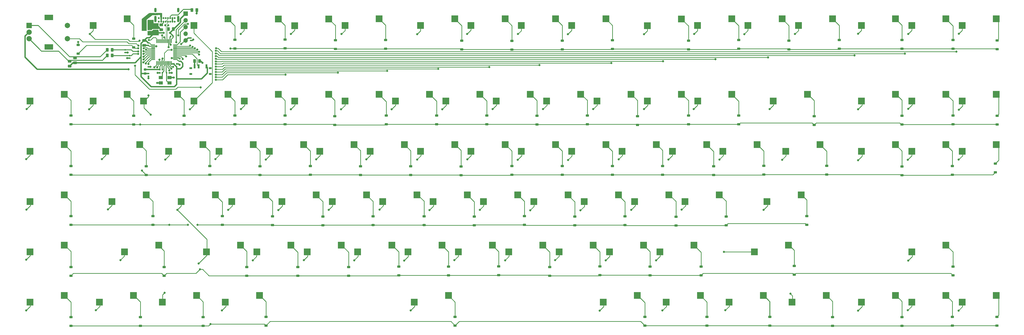
<source format=gbl>
G04 #@! TF.GenerationSoftware,KiCad,Pcbnew,7.0.2*
G04 #@! TF.CreationDate,2023-06-28T22:35:23-06:00*
G04 #@! TF.ProjectId,TKL_Keyboard,544b4c5f-4b65-4796-926f-6172642e6b69,rev?*
G04 #@! TF.SameCoordinates,Original*
G04 #@! TF.FileFunction,Copper,L2,Bot*
G04 #@! TF.FilePolarity,Positive*
%FSLAX46Y46*%
G04 Gerber Fmt 4.6, Leading zero omitted, Abs format (unit mm)*
G04 Created by KiCad (PCBNEW 7.0.2) date 2023-06-28 22:35:23*
%MOMM*%
%LPD*%
G01*
G04 APERTURE LIST*
G04 Aperture macros list*
%AMRoundRect*
0 Rectangle with rounded corners*
0 $1 Rounding radius*
0 $2 $3 $4 $5 $6 $7 $8 $9 X,Y pos of 4 corners*
0 Add a 4 corners polygon primitive as box body*
4,1,4,$2,$3,$4,$5,$6,$7,$8,$9,$2,$3,0*
0 Add four circle primitives for the rounded corners*
1,1,$1+$1,$2,$3*
1,1,$1+$1,$4,$5*
1,1,$1+$1,$6,$7*
1,1,$1+$1,$8,$9*
0 Add four rect primitives between the rounded corners*
20,1,$1+$1,$2,$3,$4,$5,0*
20,1,$1+$1,$4,$5,$6,$7,0*
20,1,$1+$1,$6,$7,$8,$9,0*
20,1,$1+$1,$8,$9,$2,$3,0*%
G04 Aperture macros list end*
G04 #@! TA.AperFunction,SMDPad,CuDef*
%ADD10R,2.550000X2.500000*%
G04 #@! TD*
G04 #@! TA.AperFunction,ComponentPad*
%ADD11R,1.700000X1.700000*%
G04 #@! TD*
G04 #@! TA.AperFunction,ComponentPad*
%ADD12O,1.700000X1.700000*%
G04 #@! TD*
G04 #@! TA.AperFunction,ComponentPad*
%ADD13R,2.000000X2.000000*%
G04 #@! TD*
G04 #@! TA.AperFunction,ComponentPad*
%ADD14C,2.000000*%
G04 #@! TD*
G04 #@! TA.AperFunction,ComponentPad*
%ADD15R,3.200000X2.000000*%
G04 #@! TD*
G04 #@! TA.AperFunction,SMDPad,CuDef*
%ADD16RoundRect,0.140000X0.170000X-0.140000X0.170000X0.140000X-0.170000X0.140000X-0.170000X-0.140000X0*%
G04 #@! TD*
G04 #@! TA.AperFunction,SMDPad,CuDef*
%ADD17RoundRect,0.225000X0.375000X-0.225000X0.375000X0.225000X-0.375000X0.225000X-0.375000X-0.225000X0*%
G04 #@! TD*
G04 #@! TA.AperFunction,ComponentPad*
%ADD18C,0.700000*%
G04 #@! TD*
G04 #@! TA.AperFunction,ComponentPad*
%ADD19O,0.900000X1.700000*%
G04 #@! TD*
G04 #@! TA.AperFunction,ComponentPad*
%ADD20O,0.900000X2.400000*%
G04 #@! TD*
G04 #@! TA.AperFunction,SMDPad,CuDef*
%ADD21RoundRect,0.250000X0.262500X0.450000X-0.262500X0.450000X-0.262500X-0.450000X0.262500X-0.450000X0*%
G04 #@! TD*
G04 #@! TA.AperFunction,SMDPad,CuDef*
%ADD22RoundRect,0.140000X-0.170000X0.140000X-0.170000X-0.140000X0.170000X-0.140000X0.170000X0.140000X0*%
G04 #@! TD*
G04 #@! TA.AperFunction,SMDPad,CuDef*
%ADD23RoundRect,0.250000X-0.450000X0.262500X-0.450000X-0.262500X0.450000X-0.262500X0.450000X0.262500X0*%
G04 #@! TD*
G04 #@! TA.AperFunction,SMDPad,CuDef*
%ADD24RoundRect,0.150000X0.512500X0.150000X-0.512500X0.150000X-0.512500X-0.150000X0.512500X-0.150000X0*%
G04 #@! TD*
G04 #@! TA.AperFunction,SMDPad,CuDef*
%ADD25RoundRect,0.218750X0.256250X-0.218750X0.256250X0.218750X-0.256250X0.218750X-0.256250X-0.218750X0*%
G04 #@! TD*
G04 #@! TA.AperFunction,SMDPad,CuDef*
%ADD26R,1.600000X1.300000*%
G04 #@! TD*
G04 #@! TA.AperFunction,SMDPad,CuDef*
%ADD27RoundRect,0.250000X0.475000X-0.250000X0.475000X0.250000X-0.475000X0.250000X-0.475000X-0.250000X0*%
G04 #@! TD*
G04 #@! TA.AperFunction,SMDPad,CuDef*
%ADD28RoundRect,0.250000X-0.262500X-0.450000X0.262500X-0.450000X0.262500X0.450000X-0.262500X0.450000X0*%
G04 #@! TD*
G04 #@! TA.AperFunction,SMDPad,CuDef*
%ADD29RoundRect,0.250000X-0.475000X0.250000X-0.475000X-0.250000X0.475000X-0.250000X0.475000X0.250000X0*%
G04 #@! TD*
G04 #@! TA.AperFunction,SMDPad,CuDef*
%ADD30RoundRect,0.140000X-0.140000X-0.170000X0.140000X-0.170000X0.140000X0.170000X-0.140000X0.170000X0*%
G04 #@! TD*
G04 #@! TA.AperFunction,SMDPad,CuDef*
%ADD31RoundRect,0.140000X0.140000X0.170000X-0.140000X0.170000X-0.140000X-0.170000X0.140000X-0.170000X0*%
G04 #@! TD*
G04 #@! TA.AperFunction,SMDPad,CuDef*
%ADD32R,1.000000X0.800000*%
G04 #@! TD*
G04 #@! TA.AperFunction,SMDPad,CuDef*
%ADD33R,0.700000X1.500000*%
G04 #@! TD*
G04 #@! TA.AperFunction,SMDPad,CuDef*
%ADD34RoundRect,0.250000X-0.250000X-0.475000X0.250000X-0.475000X0.250000X0.475000X-0.250000X0.475000X0*%
G04 #@! TD*
G04 #@! TA.AperFunction,SMDPad,CuDef*
%ADD35RoundRect,0.075000X0.075000X-0.662500X0.075000X0.662500X-0.075000X0.662500X-0.075000X-0.662500X0*%
G04 #@! TD*
G04 #@! TA.AperFunction,SMDPad,CuDef*
%ADD36RoundRect,0.075000X0.662500X-0.075000X0.662500X0.075000X-0.662500X0.075000X-0.662500X-0.075000X0*%
G04 #@! TD*
G04 #@! TA.AperFunction,ViaPad*
%ADD37C,0.800000*%
G04 #@! TD*
G04 #@! TA.AperFunction,Conductor*
%ADD38C,0.500000*%
G04 #@! TD*
G04 #@! TA.AperFunction,Conductor*
%ADD39C,0.300000*%
G04 #@! TD*
G04 #@! TA.AperFunction,Conductor*
%ADD40C,0.250000*%
G04 #@! TD*
G04 #@! TA.AperFunction,Conductor*
%ADD41C,0.200000*%
G04 #@! TD*
G04 APERTURE END LIST*
D10*
X116523000Y-121140000D03*
X129450000Y-118600000D03*
X235598000Y-83040000D03*
X248525000Y-80500000D03*
X159398000Y-83015000D03*
X172325000Y-80475000D03*
X247498000Y-140165000D03*
X260425000Y-137625000D03*
X111745000Y-35410000D03*
X124672000Y-32870000D03*
X176073000Y-140165000D03*
X189000000Y-137625000D03*
X230823000Y-121140000D03*
X243750000Y-118600000D03*
X154648000Y-121115000D03*
X167575000Y-118575000D03*
X30798000Y-121140000D03*
X43725000Y-118600000D03*
X207023000Y-63965000D03*
X219950000Y-61425000D03*
X216550000Y-35400000D03*
X229477000Y-32860000D03*
X345123000Y-140190000D03*
X358050000Y-137650000D03*
X264170000Y-35410000D03*
X277097000Y-32870000D03*
X345123000Y-83015000D03*
X358050000Y-80475000D03*
X54623000Y-63990000D03*
X67550000Y-61450000D03*
X178448000Y-83040000D03*
X191375000Y-80500000D03*
X87948000Y-102065000D03*
X100875000Y-99525000D03*
X202248000Y-102065000D03*
X215175000Y-99525000D03*
X268923000Y-121115000D03*
X281850000Y-118575000D03*
X383223000Y-140165000D03*
X396150000Y-137625000D03*
D11*
X89600000Y-30900000D03*
D12*
X89600000Y-33440000D03*
X89600000Y-35980000D03*
X89600000Y-38520000D03*
X89600000Y-41060000D03*
D10*
X178445000Y-35385000D03*
X191372000Y-32845000D03*
X316548000Y-83040000D03*
X329475000Y-80500000D03*
X216548000Y-83015000D03*
X229475000Y-80475000D03*
X30798000Y-63990000D03*
X43725000Y-61450000D03*
X30798000Y-140190000D03*
X43725000Y-137650000D03*
X187973000Y-63990000D03*
X200900000Y-61450000D03*
X383225000Y-63975000D03*
X396152000Y-61435000D03*
X321325000Y-35400000D03*
X334252000Y-32860000D03*
X197498000Y-83040000D03*
X210425000Y-80500000D03*
X107023000Y-102065000D03*
X119950000Y-99525000D03*
X130825000Y-35425000D03*
X143752000Y-32885000D03*
X318923000Y-140165000D03*
X331850000Y-137625000D03*
X83200000Y-83040000D03*
X96127000Y-80500000D03*
X164148000Y-102090000D03*
X177075000Y-99550000D03*
X30800000Y-83025000D03*
X43727000Y-80485000D03*
X364173000Y-140190000D03*
X377100000Y-137650000D03*
X292748000Y-83040000D03*
X305675000Y-80500000D03*
X59375000Y-83025000D03*
X72302000Y-80485000D03*
X192725000Y-121140000D03*
X205652000Y-118600000D03*
X61750000Y-102075000D03*
X74677000Y-99535000D03*
X304648000Y-121115000D03*
X317575000Y-118575000D03*
X73673000Y-63990000D03*
X86600000Y-61450000D03*
D13*
X30400000Y-35375000D03*
D14*
X30400000Y-40375000D03*
X30400000Y-37875000D03*
D15*
X37900000Y-32275000D03*
X37900000Y-43475000D03*
D14*
X44900000Y-40375000D03*
X44900000Y-35375000D03*
D10*
X264173000Y-63965000D03*
X277100000Y-61425000D03*
X104623000Y-140165000D03*
X117550000Y-137625000D03*
X92725000Y-35390000D03*
X105652000Y-32850000D03*
X309423000Y-102065000D03*
X322350000Y-99525000D03*
X273698000Y-83040000D03*
X286625000Y-80500000D03*
X383225000Y-35400000D03*
X396152000Y-32860000D03*
X149870000Y-35400000D03*
X162797000Y-32860000D03*
X56998000Y-140190000D03*
X69925000Y-137650000D03*
X283223000Y-63965000D03*
X296150000Y-61425000D03*
X173673000Y-121140000D03*
X186600000Y-118600000D03*
X54620000Y-35385000D03*
X67547000Y-32845000D03*
X311798000Y-63990000D03*
X324725000Y-61450000D03*
X383223000Y-83040000D03*
X396150000Y-80500000D03*
X345123000Y-63990000D03*
X358050000Y-61450000D03*
X249873000Y-121140000D03*
X262800000Y-118600000D03*
X364173000Y-121140000D03*
X377100000Y-118600000D03*
X364173000Y-83040000D03*
X377100000Y-80500000D03*
X211773000Y-121140000D03*
X224700000Y-118600000D03*
X345125000Y-35400000D03*
X358052000Y-32860000D03*
X221298000Y-102065000D03*
X234225000Y-99525000D03*
X302250000Y-35400000D03*
X315177000Y-32860000D03*
X259398000Y-102065000D03*
X272325000Y-99525000D03*
X97473000Y-121140000D03*
X110400000Y-118600000D03*
X295123000Y-140190000D03*
X308050000Y-137650000D03*
X283200000Y-35400000D03*
X296127000Y-32860000D03*
X80798000Y-140190000D03*
X93725000Y-137650000D03*
X235595000Y-35400000D03*
X248522000Y-32860000D03*
X111773000Y-63965000D03*
X124700000Y-61425000D03*
X30798000Y-102090000D03*
X43725000Y-99550000D03*
X226073000Y-63965000D03*
X239000000Y-61425000D03*
X135573000Y-121140000D03*
X148500000Y-118600000D03*
X102250000Y-83025000D03*
X115177000Y-80485000D03*
X271323000Y-140165000D03*
X284250000Y-137625000D03*
X121300000Y-83025000D03*
X134227000Y-80485000D03*
X240348000Y-102090000D03*
X253275000Y-99550000D03*
X278448000Y-102090000D03*
X291375000Y-99550000D03*
X245123000Y-63965000D03*
X258050000Y-61425000D03*
X149875000Y-63990000D03*
X162802000Y-61450000D03*
X254648000Y-83015000D03*
X267575000Y-80475000D03*
X92723000Y-64000000D03*
X105650000Y-61460000D03*
X183198000Y-102090000D03*
X196125000Y-99550000D03*
X364175000Y-63965000D03*
X377102000Y-61425000D03*
X168923000Y-63990000D03*
X181850000Y-61450000D03*
X126048000Y-102065000D03*
X138975000Y-99525000D03*
X145098000Y-102090000D03*
X158025000Y-99550000D03*
X140348000Y-83015000D03*
X153275000Y-80475000D03*
X364175000Y-35400000D03*
X377102000Y-32860000D03*
X197495000Y-35400000D03*
X210422000Y-32860000D03*
X66523000Y-121115000D03*
X79450000Y-118575000D03*
X130823000Y-63965000D03*
X143750000Y-61425000D03*
D16*
X75575000Y-52010000D03*
X75575000Y-51050000D03*
D17*
X70000000Y-72900000D03*
X70000000Y-69600000D03*
X255750000Y-111000000D03*
X255750000Y-107700000D03*
D18*
X79500000Y-33900000D03*
X80350000Y-33900000D03*
X81200000Y-33900000D03*
X82050000Y-33900000D03*
X82900000Y-33900000D03*
X83750000Y-33900000D03*
X84600000Y-33900000D03*
X85450000Y-33900000D03*
X85450000Y-32550000D03*
X84600000Y-32550000D03*
X83750000Y-32550000D03*
X82900000Y-32550000D03*
X82050000Y-32550000D03*
X81200000Y-32550000D03*
X80350000Y-32550000D03*
X79500000Y-32550000D03*
D19*
X78150000Y-29540000D03*
D20*
X78150000Y-32920000D03*
D19*
X86800000Y-29540000D03*
D20*
X86800000Y-32920000D03*
D17*
X270000000Y-91900000D03*
X270000000Y-88600000D03*
D21*
X61850000Y-46700000D03*
X60025000Y-46700000D03*
D16*
X91550000Y-41050000D03*
X91550000Y-40090000D03*
D17*
X360500000Y-149150000D03*
X360500000Y-145850000D03*
D22*
X68475000Y-46775000D03*
X68475000Y-47735000D03*
D23*
X80400000Y-35137500D03*
X80400000Y-36962500D03*
D17*
X165500000Y-72750000D03*
X165500000Y-69450000D03*
X174750000Y-92000000D03*
X174750000Y-88700000D03*
X396450000Y-72900000D03*
X396450000Y-69600000D03*
X117750000Y-92000000D03*
X117750000Y-88700000D03*
D22*
X66775000Y-44620000D03*
X66775000Y-45580000D03*
D17*
X395800000Y-90950000D03*
X395800000Y-87650000D03*
X294000000Y-111050000D03*
X294000000Y-107750000D03*
X189000000Y-130050000D03*
X189000000Y-126750000D03*
X379750000Y-130050000D03*
X379750000Y-126750000D03*
X96250000Y-149150000D03*
X96250000Y-145850000D03*
X146000000Y-73000000D03*
X146000000Y-69700000D03*
X81500000Y-130150000D03*
X81500000Y-126850000D03*
X246250000Y-129900000D03*
X246250000Y-126600000D03*
D24*
X76200000Y-35950000D03*
X76200000Y-37850000D03*
X73925000Y-36900000D03*
D25*
X74300000Y-53580000D03*
X74300000Y-52005000D03*
D17*
X184500000Y-72800000D03*
X184500000Y-69500000D03*
D26*
X83560000Y-57100000D03*
X80260000Y-57100000D03*
X80260000Y-55100000D03*
X83560000Y-55100000D03*
D17*
X241500000Y-72800000D03*
X241500000Y-69500000D03*
X127250000Y-44000000D03*
X127250000Y-40700000D03*
X98750000Y-91900000D03*
X98750000Y-88600000D03*
X46250000Y-72800000D03*
X46250000Y-69500000D03*
D27*
X78150000Y-37850000D03*
X78150000Y-35950000D03*
D17*
X396400000Y-149100000D03*
X396400000Y-145800000D03*
X193750000Y-92050000D03*
X193750000Y-88750000D03*
D28*
X91987500Y-29550000D03*
X93812500Y-29550000D03*
D17*
X310500000Y-149050000D03*
X310500000Y-145750000D03*
D28*
X93012500Y-48800000D03*
X94837500Y-48800000D03*
D17*
X160500000Y-111000000D03*
X160500000Y-107700000D03*
X191500000Y-149050000D03*
X191500000Y-145750000D03*
X46250000Y-110900000D03*
X46250000Y-107600000D03*
D29*
X73950000Y-41000000D03*
X73950000Y-42900000D03*
D17*
X194000000Y-44400000D03*
X194000000Y-41100000D03*
D30*
X79840000Y-52000000D03*
X80800000Y-52000000D03*
D17*
X108250000Y-72800000D03*
X108250000Y-69500000D03*
X317750000Y-44400000D03*
X317750000Y-41100000D03*
X151250000Y-130150000D03*
X151250000Y-126850000D03*
X136750000Y-91900000D03*
X136750000Y-88600000D03*
D23*
X47775000Y-47637500D03*
X47775000Y-49462500D03*
D17*
X232000000Y-91900000D03*
X232000000Y-88600000D03*
X263250000Y-149050000D03*
X263250000Y-145750000D03*
X49000000Y-46050000D03*
X49000000Y-42750000D03*
X379500000Y-91900000D03*
X379500000Y-88600000D03*
X396450000Y-44300000D03*
X396450000Y-41000000D03*
X46250000Y-91900000D03*
X46250000Y-88600000D03*
X141500000Y-111050000D03*
X141500000Y-107750000D03*
X379750000Y-44150000D03*
X379750000Y-40850000D03*
X260500000Y-73000000D03*
X260500000Y-69700000D03*
X213000000Y-44500000D03*
X213000000Y-41200000D03*
X289250000Y-92000000D03*
X289250000Y-88700000D03*
X298750000Y-44150000D03*
X298750000Y-40850000D03*
X120000000Y-149050000D03*
X120000000Y-145750000D03*
X170250000Y-130050000D03*
X170250000Y-126750000D03*
X284500000Y-130050000D03*
X284500000Y-126750000D03*
D30*
X85240000Y-49900000D03*
X86200000Y-49900000D03*
D17*
X122500000Y-111000000D03*
X122500000Y-107700000D03*
D31*
X80800000Y-53300000D03*
X79840000Y-53300000D03*
D17*
X279750000Y-72800000D03*
X279750000Y-69500000D03*
X379500000Y-149050000D03*
X379500000Y-145750000D03*
X222500000Y-72900000D03*
X222500000Y-69600000D03*
X103500000Y-110900000D03*
X103500000Y-107600000D03*
X327250000Y-73000000D03*
X327250000Y-69700000D03*
X227250000Y-130150000D03*
X227250000Y-126850000D03*
X251000000Y-44250000D03*
X251000000Y-40950000D03*
X332000000Y-91800000D03*
X332000000Y-88500000D03*
D32*
X98900000Y-53750000D03*
X98900000Y-51540000D03*
X91600000Y-53750000D03*
X91600000Y-51540000D03*
D33*
X97500000Y-50890000D03*
X94500000Y-50890000D03*
X93000000Y-50890000D03*
D17*
X251000000Y-91900000D03*
X251000000Y-88600000D03*
X112750000Y-130150000D03*
X112750000Y-126850000D03*
X179750000Y-111000000D03*
X179750000Y-107700000D03*
X265250000Y-130050000D03*
X265250000Y-126750000D03*
X334250000Y-149150000D03*
X334250000Y-145850000D03*
D22*
X75500000Y-41940000D03*
X75500000Y-42900000D03*
D17*
X279750000Y-44400000D03*
X279750000Y-41100000D03*
X72500000Y-149150000D03*
X72500000Y-145850000D03*
X208000000Y-129900000D03*
X208000000Y-126600000D03*
X298750000Y-72800000D03*
X298750000Y-69500000D03*
X324500000Y-110900000D03*
X324500000Y-107600000D03*
X308250000Y-91800000D03*
X308250000Y-88500000D03*
X198750000Y-111050000D03*
X198750000Y-107750000D03*
X379750000Y-72800000D03*
X379750000Y-69500000D03*
D22*
X75575000Y-53590000D03*
X75575000Y-54550000D03*
D28*
X83137500Y-36750000D03*
X84962500Y-36750000D03*
D17*
X275000000Y-111150000D03*
X275000000Y-107850000D03*
X236750000Y-111050000D03*
X236750000Y-107750000D03*
X127250000Y-72800000D03*
X127250000Y-69500000D03*
X74750000Y-92000000D03*
X74750000Y-88700000D03*
X165250000Y-44150000D03*
X165250000Y-40850000D03*
D21*
X61850000Y-44600000D03*
X60025000Y-44600000D03*
D34*
X74000000Y-34200000D03*
X75900000Y-34200000D03*
D16*
X87400000Y-48900000D03*
X87400000Y-47940000D03*
D17*
X70000000Y-43650000D03*
X70000000Y-40350000D03*
X132000000Y-130150000D03*
X132000000Y-126850000D03*
X46250000Y-130150000D03*
X46250000Y-126850000D03*
X360500000Y-72900000D03*
X360500000Y-69600000D03*
D31*
X84900000Y-39500000D03*
X83940000Y-39500000D03*
D17*
X217750000Y-110900000D03*
X217750000Y-107600000D03*
D35*
X84225000Y-49612500D03*
X83725000Y-49612500D03*
X83225000Y-49612500D03*
X82725000Y-49612500D03*
X82225000Y-49612500D03*
X81725000Y-49612500D03*
X81225000Y-49612500D03*
X80725000Y-49612500D03*
X80225000Y-49612500D03*
X79725000Y-49612500D03*
X79225000Y-49612500D03*
X78725000Y-49612500D03*
D36*
X77312500Y-48200000D03*
X77312500Y-47700000D03*
X77312500Y-47200000D03*
X77312500Y-46700000D03*
X77312500Y-46200000D03*
X77312500Y-45700000D03*
X77312500Y-45200000D03*
X77312500Y-44700000D03*
X77312500Y-44200000D03*
X77312500Y-43700000D03*
X77312500Y-43200000D03*
X77312500Y-42700000D03*
D35*
X78725000Y-41287500D03*
X79225000Y-41287500D03*
X79725000Y-41287500D03*
X80225000Y-41287500D03*
X80725000Y-41287500D03*
X81225000Y-41287500D03*
X81725000Y-41287500D03*
X82225000Y-41287500D03*
X82725000Y-41287500D03*
X83225000Y-41287500D03*
X83725000Y-41287500D03*
X84225000Y-41287500D03*
D36*
X85637500Y-42700000D03*
X85637500Y-43200000D03*
X85637500Y-43700000D03*
X85637500Y-44200000D03*
X85637500Y-44700000D03*
X85637500Y-45200000D03*
X85637500Y-45700000D03*
X85637500Y-46200000D03*
X85637500Y-46700000D03*
X85637500Y-47200000D03*
X85637500Y-47700000D03*
X85637500Y-48200000D03*
D17*
X108250000Y-44050000D03*
X108250000Y-40750000D03*
X46250000Y-149150000D03*
X46250000Y-145850000D03*
X360500000Y-44150000D03*
X360500000Y-40850000D03*
X146250000Y-44250000D03*
X146250000Y-40950000D03*
X232000000Y-44400000D03*
X232000000Y-41100000D03*
X89000000Y-72900000D03*
X89000000Y-69600000D03*
X213000000Y-91900000D03*
X213000000Y-88600000D03*
D30*
X82440000Y-53300000D03*
X83400000Y-53300000D03*
D17*
X319750000Y-129800000D03*
X319750000Y-126500000D03*
X360500000Y-92050000D03*
X360500000Y-88750000D03*
X336750000Y-44150000D03*
X336750000Y-40850000D03*
D23*
X45750000Y-48937500D03*
X45750000Y-50762500D03*
D17*
X203500000Y-72800000D03*
X203500000Y-69500000D03*
X155750000Y-92000000D03*
X155750000Y-88700000D03*
X77250000Y-110900000D03*
X77250000Y-107600000D03*
X286750000Y-149050000D03*
X286750000Y-145750000D03*
D37*
X87300000Y-50300000D03*
X84350000Y-53300000D03*
X85100000Y-55100000D03*
X68050000Y-51950000D03*
X75650000Y-36750000D03*
X78900000Y-57100000D03*
X76975000Y-33775000D03*
X96000000Y-49500000D03*
X80875500Y-47850000D03*
X92500000Y-40675000D03*
X84400000Y-47700000D03*
X93800000Y-30800000D03*
X79450000Y-36100000D03*
X76325000Y-51050000D03*
X76600000Y-36750000D03*
X67700000Y-45575000D03*
X76975000Y-34700000D03*
X78850000Y-34950000D03*
X78500000Y-43200000D03*
X79050000Y-53300000D03*
X67550000Y-47750000D03*
X75575000Y-55375000D03*
X83972527Y-42600734D03*
X77950000Y-34950000D03*
X72400000Y-72900000D03*
X73734378Y-47178830D03*
X73684341Y-48253465D03*
X73150000Y-90300000D03*
X90450000Y-110900000D03*
X73624500Y-49337905D03*
X83400000Y-110880498D03*
X94100000Y-110900000D03*
X95050000Y-127750000D03*
X74513475Y-49794774D03*
X81300000Y-38150000D03*
X83700000Y-38150000D03*
X84301791Y-44583281D03*
X87900000Y-42400000D03*
X86050000Y-41700000D03*
X83150000Y-43550000D03*
X49000000Y-41600000D03*
X71700000Y-45150000D03*
X73739538Y-45131461D03*
X71650000Y-46150000D03*
X73734087Y-46154522D03*
X60250000Y-105000000D03*
X53150000Y-67100000D03*
X64950000Y-124250000D03*
X53355000Y-38545000D03*
X72200000Y-41100000D03*
X75700000Y-40850000D03*
X55700000Y-143250000D03*
X57950000Y-86000000D03*
X100852500Y-85997500D03*
X115002500Y-124347500D03*
X105702500Y-105247500D03*
X103350000Y-143300000D03*
X91252500Y-67097500D03*
X78850000Y-51150500D03*
X110502500Y-67047500D03*
X134302500Y-124297500D03*
X119952500Y-86147500D03*
X124702500Y-105297500D03*
X79730120Y-48300000D03*
X110405000Y-38545000D03*
X143700000Y-105250000D03*
X101056323Y-55948498D03*
X83450000Y-52350000D03*
X139000000Y-86050000D03*
X127350000Y-53969000D03*
X153350000Y-124350000D03*
X129400000Y-38600000D03*
X129400000Y-67100000D03*
X148550000Y-38600000D03*
X84217839Y-51710134D03*
X101024500Y-54949503D03*
X147200000Y-53244500D03*
X157950000Y-86050000D03*
X172250000Y-124400000D03*
X162900000Y-105100000D03*
X148400000Y-67150000D03*
X186650000Y-67100000D03*
X200850000Y-105200000D03*
X196050000Y-38550000D03*
X196100000Y-86100000D03*
X185100000Y-51795500D03*
X210400000Y-124350000D03*
X101024500Y-52950497D03*
X88500000Y-48050000D03*
X101024500Y-51950994D03*
X229350000Y-124300000D03*
X204450000Y-51071000D03*
X215300000Y-38600000D03*
X205700000Y-67000000D03*
X219900000Y-105350000D03*
X89800000Y-47050000D03*
X215200000Y-86250000D03*
X94725500Y-46350000D03*
X223400000Y-50346500D03*
X238900000Y-105400000D03*
X234150000Y-38700000D03*
X101024500Y-50951491D03*
X224750000Y-67050000D03*
X248450000Y-124350000D03*
X234200000Y-86300000D03*
X246200000Y-143400000D03*
X250550000Y-49622000D03*
X269900000Y-143350000D03*
X258100000Y-105200000D03*
X253350000Y-86050000D03*
X94725500Y-45325402D03*
X101024500Y-49951988D03*
X267500000Y-124350000D03*
X243750000Y-67050000D03*
X262900000Y-38700000D03*
X318300000Y-137000000D03*
X281700000Y-67050000D03*
X300850000Y-38650000D03*
X291450000Y-86150000D03*
X101024500Y-47952982D03*
X308150000Y-105200000D03*
X93131651Y-43975500D03*
X289950000Y-48173000D03*
X101024500Y-46953479D03*
X92212078Y-43475500D03*
X309850000Y-47448500D03*
X320000000Y-38600000D03*
X315150000Y-86250000D03*
X310450000Y-67000000D03*
X101024500Y-45953976D03*
X342500000Y-46724000D03*
X343850000Y-38500000D03*
X343900000Y-67100000D03*
X343900000Y-86400000D03*
X343900000Y-143400000D03*
X91339390Y-42975500D03*
X362700000Y-143250000D03*
X362852500Y-38547500D03*
X362850000Y-66950000D03*
X362850000Y-124400000D03*
X101063443Y-44955232D03*
X361600000Y-45999500D03*
X362700000Y-86250000D03*
X81500000Y-39850000D03*
X381950000Y-38500000D03*
X381950000Y-67300000D03*
X80750000Y-39050000D03*
X101101666Y-43956461D03*
X381000000Y-45275000D03*
X86850000Y-39050000D03*
X90425500Y-34750000D03*
X381850000Y-143400000D03*
X381900000Y-86200000D03*
X29355000Y-143295000D03*
X71744115Y-43012729D03*
X29355000Y-85995000D03*
X29500000Y-67000000D03*
X29455000Y-105095000D03*
X29355000Y-124095000D03*
X74659028Y-44475500D03*
X86450000Y-105250000D03*
X75550000Y-61900000D03*
X76424500Y-69150000D03*
X81950000Y-86150000D03*
X81650000Y-136650000D03*
X94500000Y-125550000D03*
X77800000Y-51150500D03*
X165800000Y-52520000D03*
X177150000Y-86150000D03*
X84909134Y-50988250D03*
X174700000Y-143300000D03*
X167550000Y-67100000D03*
X191250000Y-124300000D03*
X177150000Y-38650000D03*
X181850000Y-105300000D03*
X101024500Y-53950000D03*
X83000000Y-35313750D03*
X81950000Y-35313750D03*
X94054814Y-44475500D03*
X281900000Y-38600000D03*
X272200000Y-86150000D03*
X262900000Y-67050000D03*
X101024500Y-48952485D03*
X277150000Y-105150000D03*
X293700000Y-143250000D03*
X293120000Y-121120000D03*
X270100000Y-48897500D03*
X99050000Y-148450000D03*
X75525000Y-49900000D03*
X95300000Y-58775500D03*
X70450000Y-50625000D03*
X106550000Y-44050000D03*
X71699498Y-44011235D03*
X73750000Y-43999500D03*
D38*
X80350000Y-33900000D02*
X80350000Y-32550000D01*
X84600000Y-33900000D02*
X84600000Y-32550000D01*
D39*
X33875000Y-35375000D02*
X45750000Y-47250000D01*
X30400000Y-35375000D02*
X33875000Y-35375000D01*
X45750000Y-47250000D02*
X57375000Y-47250000D01*
X57375000Y-47250000D02*
X60025000Y-44600000D01*
D38*
X79840000Y-53300000D02*
X79050000Y-53300000D01*
X67695000Y-45580000D02*
X67700000Y-45575000D01*
X79300000Y-35950000D02*
X79450000Y-36100000D01*
X66775000Y-45580000D02*
X67695000Y-45580000D01*
X75575000Y-54550000D02*
X75575000Y-55375000D01*
X93812500Y-29550000D02*
X93812500Y-30787500D01*
X68475000Y-47735000D02*
X67565000Y-47735000D01*
D39*
X77312500Y-43200000D02*
X75800000Y-43200000D01*
D38*
X94837500Y-48800000D02*
X95300000Y-48800000D01*
X86900000Y-49900000D02*
X87300000Y-50300000D01*
D39*
X83725000Y-41287500D02*
X83725000Y-39715000D01*
X75800000Y-43200000D02*
X75500000Y-42900000D01*
D38*
X28900000Y-47425000D02*
X28900000Y-39375000D01*
X28900000Y-39375000D02*
X30400000Y-37875000D01*
X68025000Y-51975000D02*
X33450000Y-51975000D01*
D39*
X80725000Y-51925000D02*
X80725000Y-49612500D01*
X83972527Y-42600734D02*
X83725000Y-42353207D01*
D38*
X75500000Y-42900000D02*
X73950000Y-42900000D01*
D39*
X80875500Y-47850000D02*
X80725000Y-48000500D01*
D38*
X95300000Y-48800000D02*
X96000000Y-49500000D01*
D39*
X85637500Y-47700000D02*
X84400000Y-47700000D01*
D38*
X91550000Y-41050000D02*
X92125000Y-41050000D01*
X83400000Y-53300000D02*
X84350000Y-53300000D01*
X93812500Y-30787500D02*
X93800000Y-30800000D01*
X68050000Y-51950000D02*
X68025000Y-51975000D01*
X33450000Y-51975000D02*
X28900000Y-47425000D01*
D39*
X80725000Y-48000500D02*
X80725000Y-49612500D01*
X77312500Y-43200000D02*
X78500000Y-43200000D01*
D38*
X67565000Y-47735000D02*
X67550000Y-47750000D01*
D39*
X83725000Y-39715000D02*
X83940000Y-39500000D01*
D38*
X78150000Y-35950000D02*
X79300000Y-35950000D01*
X80312500Y-36962500D02*
X79450000Y-36100000D01*
D39*
X83725000Y-42353207D02*
X83725000Y-41287500D01*
D38*
X80260000Y-57100000D02*
X78900000Y-57100000D01*
D39*
X87160000Y-47700000D02*
X87400000Y-47940000D01*
D38*
X83560000Y-55100000D02*
X85100000Y-55100000D01*
X92125000Y-41050000D02*
X92500000Y-40675000D01*
X75575000Y-51050000D02*
X76325000Y-51050000D01*
X86200000Y-49900000D02*
X86900000Y-49900000D01*
D39*
X85637500Y-47700000D02*
X87160000Y-47700000D01*
D40*
X146000000Y-73000000D02*
X165250000Y-73000000D01*
X72400000Y-72900000D02*
X89000000Y-72900000D01*
X241500000Y-72800000D02*
X260300000Y-72800000D01*
X359650000Y-72250000D02*
X360400000Y-73000000D01*
X222500000Y-72900000D02*
X241400000Y-72900000D01*
X77312500Y-46200000D02*
X74713208Y-46200000D01*
X299300000Y-72250000D02*
X326500000Y-72250000D01*
X46250000Y-72800000D02*
X69900000Y-72800000D01*
X360500000Y-72900000D02*
X379650000Y-72900000D01*
X70000000Y-72900000D02*
X72400000Y-72900000D01*
X127250000Y-72800000D02*
X145800000Y-72800000D01*
X328000000Y-72250000D02*
X359650000Y-72250000D01*
X279750000Y-72800000D02*
X298750000Y-72800000D01*
X326500000Y-72250000D02*
X327050000Y-72800000D01*
X203500000Y-72800000D02*
X222400000Y-72800000D01*
X165500000Y-72750000D02*
X184450000Y-72750000D01*
X74713208Y-46200000D02*
X73734378Y-47178830D01*
X184500000Y-72800000D02*
X203500000Y-72800000D01*
X327250000Y-73000000D02*
X328000000Y-72250000D01*
X89000000Y-72900000D02*
X108150000Y-72900000D01*
X260700000Y-72800000D02*
X279750000Y-72800000D01*
X108250000Y-72800000D02*
X127250000Y-72800000D01*
X298750000Y-72800000D02*
X299300000Y-72250000D01*
X379750000Y-72800000D02*
X396350000Y-72800000D01*
X70000000Y-35298000D02*
X67547000Y-32845000D01*
X70000000Y-40350000D02*
X70000000Y-35298000D01*
X105652000Y-32935000D02*
X108250000Y-35533000D01*
X108250000Y-35533000D02*
X108250000Y-40750000D01*
X127250000Y-35328000D02*
X127250000Y-40700000D01*
X124792000Y-32870000D02*
X127250000Y-35328000D01*
X146250000Y-35383000D02*
X143752000Y-32885000D01*
X146250000Y-40950000D02*
X146250000Y-35383000D01*
X165250000Y-40850000D02*
X165250000Y-35313000D01*
X165250000Y-35313000D02*
X162797000Y-32860000D01*
X194000000Y-35473000D02*
X191372000Y-32845000D01*
X194000000Y-41100000D02*
X194000000Y-35473000D01*
X213000000Y-41200000D02*
X213000000Y-35438000D01*
X213000000Y-35438000D02*
X210422000Y-32860000D01*
X232000000Y-41100000D02*
X232000000Y-35383000D01*
X232000000Y-35383000D02*
X229477000Y-32860000D01*
X251000000Y-35338000D02*
X248522000Y-32860000D01*
X251000000Y-40950000D02*
X251000000Y-35338000D01*
X279750000Y-41100000D02*
X279750000Y-35523000D01*
X279750000Y-35523000D02*
X277097000Y-32870000D01*
X298750000Y-40850000D02*
X298750000Y-35483000D01*
X298750000Y-35483000D02*
X296127000Y-32860000D01*
X317750000Y-41100000D02*
X317750000Y-35433000D01*
X317750000Y-35433000D02*
X315177000Y-32860000D01*
X336750000Y-40850000D02*
X336750000Y-35358000D01*
X336750000Y-35358000D02*
X334252000Y-32860000D01*
D39*
X41650000Y-45100000D02*
X35125000Y-45100000D01*
X60025000Y-46700000D02*
X58175000Y-48550000D01*
X45100000Y-48550000D02*
X41650000Y-45100000D01*
X58175000Y-48550000D02*
X45100000Y-48550000D01*
X35125000Y-45100000D02*
X30400000Y-40375000D01*
D40*
X360500000Y-40850000D02*
X360500000Y-35308000D01*
X360500000Y-35308000D02*
X358052000Y-32860000D01*
X379750000Y-35508000D02*
X377102000Y-32860000D01*
X379750000Y-40850000D02*
X379750000Y-35508000D01*
X397000000Y-40450000D02*
X397000000Y-33708000D01*
X396450000Y-41000000D02*
X397000000Y-40450000D01*
X43922000Y-61420000D02*
X46250000Y-63748000D01*
X46250000Y-63748000D02*
X46250000Y-69500000D01*
X67552000Y-61500000D02*
X70000000Y-63948000D01*
X70000000Y-63948000D02*
X70000000Y-69600000D01*
X89000000Y-63698000D02*
X89000000Y-69600000D01*
X86802000Y-61500000D02*
X89000000Y-63698000D01*
X105652000Y-61460000D02*
X108250000Y-64058000D01*
X108250000Y-64058000D02*
X108250000Y-69500000D01*
X124902000Y-61460000D02*
X127250000Y-63808000D01*
X127250000Y-63808000D02*
X127250000Y-69500000D01*
X146000000Y-63698000D02*
X146000000Y-69700000D01*
X143802000Y-61500000D02*
X146000000Y-63698000D01*
X162802000Y-61500000D02*
X165500000Y-64198000D01*
X165500000Y-64198000D02*
X165500000Y-69450000D01*
X181927000Y-61460000D02*
X184500000Y-64033000D01*
X184500000Y-64033000D02*
X184500000Y-69500000D01*
X203500000Y-63948000D02*
X203500000Y-69500000D01*
X201052000Y-61500000D02*
X203500000Y-63948000D01*
X222500000Y-63828000D02*
X222500000Y-69600000D01*
X220092000Y-61420000D02*
X222500000Y-63828000D01*
X239172000Y-61420000D02*
X241500000Y-63748000D01*
X241500000Y-63748000D02*
X241500000Y-69500000D01*
X258152000Y-61460000D02*
X260500000Y-63808000D01*
X260500000Y-63808000D02*
X260500000Y-69700000D01*
X279750000Y-63828000D02*
X279750000Y-69500000D01*
X277342000Y-61420000D02*
X279750000Y-63828000D01*
X296092000Y-61420000D02*
X298750000Y-64078000D01*
X298750000Y-64078000D02*
X298750000Y-69500000D01*
X324902000Y-61460000D02*
X327250000Y-63808000D01*
X327250000Y-63808000D02*
X327250000Y-69700000D01*
X75237806Y-46700000D02*
X73684341Y-48253465D01*
X98750000Y-91900000D02*
X117650000Y-91900000D01*
X193750000Y-92050000D02*
X212850000Y-92050000D01*
X117750000Y-92000000D02*
X136650000Y-92000000D01*
X360500000Y-92050000D02*
X379350000Y-92050000D01*
X394850000Y-91900000D02*
X395800000Y-90950000D01*
X73150000Y-90300000D02*
X73150000Y-90400000D01*
X77312500Y-46700000D02*
X75237806Y-46700000D01*
X213000000Y-91900000D02*
X232000000Y-91900000D01*
X74750000Y-92000000D02*
X98650000Y-92000000D01*
X73150000Y-90400000D02*
X74750000Y-92000000D01*
X174750000Y-92000000D02*
X193700000Y-92000000D01*
X232000000Y-91900000D02*
X251000000Y-91900000D01*
X46350000Y-92000000D02*
X74750000Y-92000000D01*
X308250000Y-91800000D02*
X332000000Y-91800000D01*
X289250000Y-92000000D02*
X308050000Y-92000000D01*
X136750000Y-91900000D02*
X155650000Y-91900000D01*
X251000000Y-91900000D02*
X270000000Y-91900000D01*
X270000000Y-91900000D02*
X289150000Y-91900000D01*
X155750000Y-92000000D02*
X174750000Y-92000000D01*
X332000000Y-91800000D02*
X360250000Y-91800000D01*
X379500000Y-91900000D02*
X394850000Y-91900000D01*
X358262000Y-61420000D02*
X360500000Y-63658000D01*
X360500000Y-63658000D02*
X360500000Y-69600000D01*
X379750000Y-63908000D02*
X379750000Y-69500000D01*
X377262000Y-61420000D02*
X379750000Y-63908000D01*
X46250000Y-82908000D02*
X46250000Y-88600000D01*
X43762000Y-80420000D02*
X46250000Y-82908000D01*
X72342000Y-80420000D02*
X74750000Y-82828000D01*
X74750000Y-82828000D02*
X74750000Y-88700000D01*
X96302000Y-80500000D02*
X98750000Y-82948000D01*
X98750000Y-82948000D02*
X98750000Y-88600000D01*
X117750000Y-88700000D02*
X117750000Y-82908000D01*
X117750000Y-82908000D02*
X115262000Y-80420000D01*
X136750000Y-88600000D02*
X136750000Y-82948000D01*
X136750000Y-82948000D02*
X134302000Y-80500000D01*
X155750000Y-82808000D02*
X153402000Y-80460000D01*
X155750000Y-88700000D02*
X155750000Y-82808000D01*
X174750000Y-82828000D02*
X174750000Y-88700000D01*
X172342000Y-80420000D02*
X174750000Y-82828000D01*
X193750000Y-82698000D02*
X193750000Y-88750000D01*
X191552000Y-80500000D02*
X193750000Y-82698000D01*
X213000000Y-82908000D02*
X213000000Y-88600000D01*
X210512000Y-80420000D02*
X213000000Y-82908000D01*
X232000000Y-82973000D02*
X232000000Y-88600000D01*
X229617000Y-80590000D02*
X232000000Y-82973000D01*
X248567000Y-80590000D02*
X251000000Y-83023000D01*
X251000000Y-83023000D02*
X251000000Y-88600000D01*
X270000000Y-82658000D02*
X270000000Y-88600000D01*
X267762000Y-80420000D02*
X270000000Y-82658000D01*
X286592000Y-80420000D02*
X289250000Y-83078000D01*
X289250000Y-83078000D02*
X289250000Y-88700000D01*
X308250000Y-82948000D02*
X308250000Y-88500000D01*
X305802000Y-80500000D02*
X308250000Y-82948000D01*
X329567000Y-80590000D02*
X332000000Y-83023000D01*
X332000000Y-83023000D02*
X332000000Y-88500000D01*
X236750000Y-111050000D02*
X217900000Y-111050000D01*
X94100000Y-110900000D02*
X103500000Y-110900000D01*
X293900000Y-111150000D02*
X275000000Y-111150000D01*
X160500000Y-111000000D02*
X141550000Y-111000000D01*
X141500000Y-111050000D02*
X122550000Y-111050000D01*
X90430498Y-110880498D02*
X90450000Y-110900000D01*
X75762405Y-47200000D02*
X73624500Y-49337905D01*
X83400000Y-110880498D02*
X90430498Y-110880498D01*
X77312500Y-47200000D02*
X75762405Y-47200000D01*
X217750000Y-110900000D02*
X198900000Y-110900000D01*
X179750000Y-111000000D02*
X160500000Y-111000000D01*
X77250000Y-110900000D02*
X46250000Y-110900000D01*
X198750000Y-111050000D02*
X179800000Y-111050000D01*
X255750000Y-111000000D02*
X236800000Y-111000000D01*
X324500000Y-110900000D02*
X324010000Y-110410000D01*
X294640000Y-110410000D02*
X294000000Y-111050000D01*
X275000000Y-111150000D02*
X255900000Y-111150000D01*
X324010000Y-110410000D02*
X294640000Y-110410000D01*
X122400000Y-110900000D02*
X103500000Y-110900000D01*
X83400000Y-110880498D02*
X77269502Y-110880498D01*
X360500000Y-82908000D02*
X360500000Y-88750000D01*
X358262000Y-80670000D02*
X360500000Y-82908000D01*
X379500000Y-82973000D02*
X379500000Y-88600000D01*
X377117000Y-80590000D02*
X379500000Y-82973000D01*
X397075000Y-145125000D02*
X396400000Y-145800000D01*
X397075000Y-138483000D02*
X397075000Y-145125000D01*
X46250000Y-101973000D02*
X46250000Y-107600000D01*
X43867000Y-99590000D02*
X46250000Y-101973000D01*
X74672000Y-99420000D02*
X77250000Y-101998000D01*
X77250000Y-101998000D02*
X77250000Y-107600000D01*
X103500000Y-102223000D02*
X100867000Y-99590000D01*
X103500000Y-107600000D02*
X103500000Y-102223000D01*
X122500000Y-107700000D02*
X122500000Y-101973000D01*
X122500000Y-101973000D02*
X120117000Y-99590000D01*
X141500000Y-102078000D02*
X139092000Y-99670000D01*
X141500000Y-107750000D02*
X141500000Y-102078000D01*
X158067000Y-99580000D02*
X160500000Y-102013000D01*
X160500000Y-102013000D02*
X160500000Y-107700000D01*
X179750000Y-101948000D02*
X179750000Y-107700000D01*
X177302000Y-99500000D02*
X179750000Y-101948000D01*
X196262000Y-99670000D02*
X198750000Y-102158000D01*
X198750000Y-102158000D02*
X198750000Y-107750000D01*
X215250000Y-99500000D02*
X217750000Y-102000000D01*
X217750000Y-102000000D02*
X217750000Y-107600000D01*
X236750000Y-102158000D02*
X236750000Y-107750000D01*
X234262000Y-99670000D02*
X236750000Y-102158000D01*
X253262000Y-99670000D02*
X255750000Y-102158000D01*
X255750000Y-102158000D02*
X255750000Y-107700000D01*
X272500000Y-99500000D02*
X275000000Y-102000000D01*
X275000000Y-102000000D02*
X275000000Y-107850000D01*
X294000000Y-101948000D02*
X294000000Y-107750000D01*
X291552000Y-99500000D02*
X294000000Y-101948000D01*
X324500000Y-101448000D02*
X324500000Y-107600000D01*
X322552000Y-99500000D02*
X324500000Y-101448000D01*
X397025000Y-86425000D02*
X395800000Y-87650000D01*
X397025000Y-81183000D02*
X397025000Y-86425000D01*
X76287003Y-47700000D02*
X77312500Y-47700000D01*
X112750000Y-130150000D02*
X132000000Y-130150000D01*
X82400000Y-129250000D02*
X81500000Y-130150000D01*
X93550000Y-129250000D02*
X82400000Y-129250000D01*
X132000000Y-130150000D02*
X151250000Y-130150000D01*
X378950000Y-129250000D02*
X379750000Y-130050000D01*
X320300000Y-129250000D02*
X378950000Y-129250000D01*
X47150000Y-129250000D02*
X80600000Y-129250000D01*
X74513475Y-49473528D02*
X76287003Y-47700000D01*
X95050000Y-127750000D02*
X96050000Y-127750000D01*
X80600000Y-129250000D02*
X81500000Y-130150000D01*
X189000000Y-130050000D02*
X207850000Y-130050000D01*
X227250000Y-130150000D02*
X246000000Y-130150000D01*
X284500000Y-130050000D02*
X285300000Y-129250000D01*
X95050000Y-127750000D02*
X93550000Y-129250000D01*
X320060000Y-129490000D02*
X320300000Y-129250000D01*
X98450000Y-130150000D02*
X112750000Y-130150000D01*
X46250000Y-130150000D02*
X47150000Y-129250000D01*
X170250000Y-130050000D02*
X189000000Y-130050000D01*
X285300000Y-129250000D02*
X319200000Y-129250000D01*
X74513475Y-49794774D02*
X74513475Y-49473528D01*
X265250000Y-130050000D02*
X284500000Y-130050000D01*
X319200000Y-129250000D02*
X319440000Y-129490000D01*
X246250000Y-129900000D02*
X265100000Y-129900000D01*
X96050000Y-127750000D02*
X98450000Y-130150000D01*
X151250000Y-130150000D02*
X170150000Y-130150000D01*
X208000000Y-129900000D02*
X227000000Y-129900000D01*
X46250000Y-121000000D02*
X46250000Y-126850000D01*
X43750000Y-118500000D02*
X46250000Y-121000000D01*
X81500000Y-120808000D02*
X81500000Y-126850000D01*
X79402000Y-118710000D02*
X81500000Y-120808000D01*
X112750000Y-120948000D02*
X110552000Y-118750000D01*
X112750000Y-126850000D02*
X112750000Y-120948000D01*
X132000000Y-121283000D02*
X132000000Y-126850000D01*
X129427000Y-118710000D02*
X132000000Y-121283000D01*
X148677000Y-118710000D02*
X151250000Y-121283000D01*
X151250000Y-121283000D02*
X151250000Y-126850000D01*
X170250000Y-121158000D02*
X170250000Y-126750000D01*
X167762000Y-118670000D02*
X170250000Y-121158000D01*
X186587000Y-118680000D02*
X189000000Y-121093000D01*
X189000000Y-121093000D02*
X189000000Y-126750000D01*
X208000000Y-121058000D02*
X208000000Y-126600000D01*
X205652000Y-118710000D02*
X208000000Y-121058000D01*
X227250000Y-121198000D02*
X227250000Y-126850000D01*
X224802000Y-118750000D02*
X227250000Y-121198000D01*
X243762000Y-118670000D02*
X246250000Y-121158000D01*
X246250000Y-121158000D02*
X246250000Y-126600000D01*
X262842000Y-118670000D02*
X265250000Y-121078000D01*
X265250000Y-121078000D02*
X265250000Y-126750000D01*
X281902000Y-118710000D02*
X284500000Y-121308000D01*
X284500000Y-121308000D02*
X284500000Y-126750000D01*
X319750000Y-126500000D02*
X319750000Y-120568000D01*
X319750000Y-120568000D02*
X317762000Y-118580000D01*
X334250000Y-139908000D02*
X334250000Y-145850000D01*
X332012000Y-137670000D02*
X334250000Y-139908000D01*
X43762000Y-137670000D02*
X46250000Y-140158000D01*
X46250000Y-140158000D02*
X46250000Y-145850000D01*
X70092000Y-137670000D02*
X72500000Y-140078000D01*
X72500000Y-140078000D02*
X72500000Y-145850000D01*
X93842000Y-137670000D02*
X96250000Y-140078000D01*
X96250000Y-140078000D02*
X96250000Y-145850000D01*
X120000000Y-140000000D02*
X120000000Y-145750000D01*
X117750000Y-137750000D02*
X120000000Y-140000000D01*
X379750000Y-121158000D02*
X379750000Y-126750000D01*
X377262000Y-118670000D02*
X379750000Y-121158000D01*
X379500000Y-139973000D02*
X379500000Y-145750000D01*
X377117000Y-137590000D02*
X379500000Y-139973000D01*
X358262000Y-137670000D02*
X360500000Y-139908000D01*
X360500000Y-139908000D02*
X360500000Y-145850000D01*
D39*
X308117000Y-137590000D02*
X310500000Y-139973000D01*
X310500000Y-139973000D02*
X310500000Y-145750000D01*
D40*
X284262000Y-137670000D02*
X286750000Y-140158000D01*
X286750000Y-140158000D02*
X286750000Y-145750000D01*
X260592000Y-137670000D02*
X263250000Y-140328000D01*
X263250000Y-140328000D02*
X263250000Y-145750000D01*
X189012000Y-137670000D02*
X191500000Y-140158000D01*
X191500000Y-140158000D02*
X191500000Y-145750000D01*
D38*
X76000000Y-40000000D02*
X74950000Y-40000000D01*
X72775000Y-47225000D02*
X72775000Y-53575000D01*
D39*
X86350000Y-48200000D02*
X87050000Y-48900000D01*
D38*
X72775000Y-53575000D02*
X72775000Y-54775000D01*
X88550000Y-49650000D02*
X87800000Y-48900000D01*
D39*
X76650000Y-42700000D02*
X75890000Y-41940000D01*
D38*
X78450000Y-38150000D02*
X81300000Y-38150000D01*
D39*
X84900000Y-39925000D02*
X84900000Y-39500000D01*
D38*
X86200000Y-57700000D02*
X86200000Y-55600000D01*
X87700000Y-34150000D02*
X83700000Y-38150000D01*
X86200000Y-55600000D02*
X86200000Y-51800000D01*
X70537500Y-49462500D02*
X72775000Y-47225000D01*
D39*
X77312500Y-42700000D02*
X76650000Y-42700000D01*
X84225000Y-41287500D02*
X84225000Y-40600000D01*
D38*
X97500000Y-50890000D02*
X97850000Y-51240000D01*
X87650000Y-51800000D02*
X86200000Y-51800000D01*
X87650000Y-51800000D02*
X88550000Y-50900000D01*
X97850000Y-51240000D02*
X97850000Y-53400000D01*
X78150000Y-37850000D02*
X76000000Y-40000000D01*
X85240000Y-49900000D02*
X84400000Y-49900000D01*
X72775000Y-42175000D02*
X72775000Y-47225000D01*
X89600000Y-30900000D02*
X87700000Y-32800000D01*
X47775000Y-49462500D02*
X47050000Y-49462500D01*
X87700000Y-32800000D02*
X87700000Y-34150000D01*
X74295000Y-53575000D02*
X72775000Y-53575000D01*
X47050000Y-49462500D02*
X45750000Y-50762500D01*
X75575000Y-53590000D02*
X74310000Y-53590000D01*
D39*
X84225000Y-40600000D02*
X84900000Y-39925000D01*
D38*
X47775000Y-49462500D02*
X70537500Y-49462500D01*
X88550000Y-50900000D02*
X88550000Y-49650000D01*
X95650000Y-55600000D02*
X86200000Y-55600000D01*
X86200000Y-51044386D02*
X85240000Y-50084386D01*
X87800000Y-48900000D02*
X87400000Y-48900000D01*
X74550000Y-41000000D02*
X73950000Y-41000000D01*
X97850000Y-53400000D02*
X95650000Y-55600000D01*
X78150000Y-37850000D02*
X78450000Y-38150000D01*
X75490000Y-41940000D02*
X74550000Y-41000000D01*
X84900000Y-39500000D02*
X84900000Y-39315614D01*
X73950000Y-41000000D02*
X72775000Y-42175000D01*
D39*
X87050000Y-48900000D02*
X87400000Y-48900000D01*
D38*
X84900000Y-39315614D02*
X83734386Y-38150000D01*
D39*
X85637500Y-48200000D02*
X86350000Y-48200000D01*
D38*
X85240000Y-50084386D02*
X85240000Y-49900000D01*
X86200000Y-51800000D02*
X86200000Y-51044386D01*
X85350000Y-58550000D02*
X86200000Y-57700000D01*
X74950000Y-40000000D02*
X73950000Y-41000000D01*
X76550000Y-58550000D02*
X85350000Y-58550000D01*
X83734386Y-38150000D02*
X83700000Y-38150000D01*
X72775000Y-54775000D02*
X76550000Y-58550000D01*
D39*
X75890000Y-41940000D02*
X75500000Y-41940000D01*
X82225000Y-53085000D02*
X82225000Y-49612500D01*
X82410000Y-56360000D02*
X82410000Y-53330000D01*
X82440000Y-53300000D02*
X82225000Y-53085000D01*
X83150000Y-57100000D02*
X82410000Y-56360000D01*
X80800000Y-54560000D02*
X80800000Y-53300000D01*
X81430000Y-50746041D02*
X81725000Y-50451041D01*
X81430000Y-52670000D02*
X81430000Y-50746041D01*
X80800000Y-53300000D02*
X81430000Y-52670000D01*
X81725000Y-50451041D02*
X81725000Y-49612500D01*
X80260000Y-55100000D02*
X80800000Y-54560000D01*
D38*
X90570000Y-40090000D02*
X89600000Y-41060000D01*
D40*
X81225000Y-48809315D02*
X81225000Y-49612500D01*
X81600000Y-48434315D02*
X81225000Y-48809315D01*
D38*
X91550000Y-40090000D02*
X90570000Y-40090000D01*
D40*
X81600000Y-45812678D02*
X81600000Y-48434315D01*
X82829397Y-44583281D02*
X81600000Y-45812678D01*
X84301791Y-44583281D02*
X82829397Y-44583281D01*
X87900000Y-42400000D02*
X89240000Y-41060000D01*
D39*
X83225000Y-41287500D02*
X83225000Y-42126041D01*
X83150000Y-42201041D02*
X83150000Y-43550000D01*
X86050000Y-41700000D02*
X86050000Y-36990000D01*
X83225000Y-42126041D02*
X83150000Y-42201041D01*
X86050000Y-36990000D02*
X89600000Y-33440000D01*
D40*
X49000000Y-41600000D02*
X49000000Y-42750000D01*
X73808077Y-45200000D02*
X73739538Y-45131461D01*
D39*
X69650000Y-45150000D02*
X69100000Y-44600000D01*
X69100000Y-44600000D02*
X61850000Y-44600000D01*
D40*
X77312500Y-45200000D02*
X73808077Y-45200000D01*
D39*
X71700000Y-45150000D02*
X69650000Y-45150000D01*
X69700000Y-46150000D02*
X69100000Y-46750000D01*
D40*
X77312500Y-45700000D02*
X74188609Y-45700000D01*
X74188609Y-45700000D02*
X73734087Y-46154522D01*
D39*
X71650000Y-46150000D02*
X69700000Y-46150000D01*
X69100000Y-46750000D02*
X61950000Y-46750000D01*
D40*
X71900000Y-41400000D02*
X72200000Y-41100000D01*
X54645000Y-64060000D02*
X54645000Y-65605000D01*
X68550000Y-41400000D02*
X71900000Y-41400000D01*
X59445000Y-84505000D02*
X57950000Y-86000000D01*
X66445000Y-121210000D02*
X66445000Y-122755000D01*
X78725000Y-40425000D02*
X78725000Y-41287500D01*
X75700000Y-40850000D02*
X76400000Y-40850000D01*
X67800000Y-40650000D02*
X68550000Y-41400000D01*
X61745000Y-103505000D02*
X60250000Y-105000000D01*
X54620000Y-37280000D02*
X54620000Y-35385000D01*
X57195000Y-141755000D02*
X55700000Y-143250000D01*
X61745000Y-101960000D02*
X61745000Y-103505000D01*
X59445000Y-82960000D02*
X59445000Y-84505000D01*
X54645000Y-65605000D02*
X53150000Y-67100000D01*
X66445000Y-122755000D02*
X64950000Y-124250000D01*
X55450000Y-40650000D02*
X67800000Y-40650000D01*
X53355000Y-38545000D02*
X53355000Y-38555000D01*
X78250000Y-39950000D02*
X78725000Y-40425000D01*
X77300000Y-39950000D02*
X78250000Y-39950000D01*
X76400000Y-40850000D02*
X77300000Y-39950000D01*
X53355000Y-38545000D02*
X54620000Y-37280000D01*
X53355000Y-38555000D02*
X55450000Y-40650000D01*
X57195000Y-140210000D02*
X57195000Y-141755000D01*
X107197500Y-102207500D02*
X107197500Y-103752500D01*
X79225000Y-50775500D02*
X78850000Y-51150500D01*
X92725000Y-38275000D02*
X99725000Y-45275000D01*
X102347500Y-82957500D02*
X102347500Y-84502500D01*
X92747500Y-64057500D02*
X92747500Y-65602500D01*
X99725000Y-45275000D02*
X99725000Y-57000000D01*
X79225000Y-49612500D02*
X79225000Y-50775500D01*
X92747500Y-65602500D02*
X91252500Y-67097500D01*
X107197500Y-103752500D02*
X105702500Y-105247500D01*
X104845000Y-141805000D02*
X103350000Y-143300000D01*
X116497500Y-121307500D02*
X116497500Y-122852500D01*
X92725000Y-35390000D02*
X92725000Y-38275000D01*
X102347500Y-84502500D02*
X100852500Y-85997500D01*
X116497500Y-122852500D02*
X115002500Y-124347500D01*
X104845000Y-140260000D02*
X104845000Y-141805000D01*
X99725000Y-57000000D02*
X92725000Y-64000000D01*
X111745000Y-37205000D02*
X111745000Y-35410000D01*
X121447500Y-84652500D02*
X119952500Y-86147500D01*
X110405000Y-38545000D02*
X111745000Y-37205000D01*
X111997500Y-64007500D02*
X111997500Y-65552500D01*
X79730120Y-48300000D02*
X79725000Y-48305120D01*
X121447500Y-83107500D02*
X121447500Y-84652500D01*
X79725000Y-48305120D02*
X79725000Y-49612500D01*
X111997500Y-65552500D02*
X110502500Y-67047500D01*
X135797500Y-121257500D02*
X135797500Y-122802500D01*
X126197500Y-102257500D02*
X126197500Y-103802500D01*
X126197500Y-103802500D02*
X124702500Y-105297500D01*
X135797500Y-122802500D02*
X134302500Y-124297500D01*
X129400000Y-38600000D02*
X130825000Y-37175000D01*
X130895000Y-64060000D02*
X130895000Y-65605000D01*
X103551502Y-55948498D02*
X105531000Y-53969000D01*
X145195000Y-103755000D02*
X143700000Y-105250000D01*
X154845000Y-122855000D02*
X153350000Y-124350000D01*
X130825000Y-37175000D02*
X130825000Y-35425000D01*
X83450000Y-51800000D02*
X83450000Y-52350000D01*
X154845000Y-121310000D02*
X154845000Y-122855000D01*
X127350000Y-53969000D02*
X105531000Y-53969000D01*
X82725000Y-51075000D02*
X83450000Y-51800000D01*
X140495000Y-83010000D02*
X140495000Y-84555000D01*
X82725000Y-49612500D02*
X82725000Y-51075000D01*
X140495000Y-84555000D02*
X139000000Y-86050000D01*
X130895000Y-65605000D02*
X129400000Y-67100000D01*
X145195000Y-102210000D02*
X145195000Y-103755000D01*
X101056323Y-55948498D02*
X103551502Y-55948498D01*
X83225000Y-50717295D02*
X84217839Y-51710134D01*
X147200000Y-53244500D02*
X105155500Y-53244500D01*
X164395000Y-103605000D02*
X162900000Y-105100000D01*
X148550000Y-38600000D02*
X149870000Y-37280000D01*
X149870000Y-37280000D02*
X149870000Y-35400000D01*
X159445000Y-84555000D02*
X157950000Y-86050000D01*
X149895000Y-64110000D02*
X149895000Y-65655000D01*
X103450497Y-54949503D02*
X105155500Y-53244500D01*
X164395000Y-102060000D02*
X164395000Y-103605000D01*
X149895000Y-65655000D02*
X148400000Y-67150000D01*
X159445000Y-83010000D02*
X159445000Y-84555000D01*
X101024500Y-54949503D02*
X103450497Y-54949503D01*
X173745000Y-121360000D02*
X173745000Y-122905000D01*
X173745000Y-122905000D02*
X172250000Y-124400000D01*
X83225000Y-49612500D02*
X83225000Y-50717295D01*
X188145000Y-64060000D02*
X188145000Y-65605000D01*
X202345000Y-102160000D02*
X202345000Y-103705000D01*
X196050000Y-38550000D02*
X197495000Y-37105000D01*
X85637500Y-47200000D02*
X87900000Y-47200000D01*
X188145000Y-65605000D02*
X186650000Y-67100000D01*
X211895000Y-122855000D02*
X210400000Y-124350000D01*
X88500000Y-47800000D02*
X88500000Y-48050000D01*
X87900000Y-47200000D02*
X88500000Y-47800000D01*
X202345000Y-103705000D02*
X200850000Y-105200000D01*
X211895000Y-121310000D02*
X211895000Y-122855000D01*
X197595000Y-84605000D02*
X196100000Y-86100000D01*
X101024500Y-52950497D02*
X103449503Y-52950497D01*
X185100000Y-51795500D02*
X104604500Y-51795500D01*
X197595000Y-83060000D02*
X197595000Y-84605000D01*
X103449503Y-52950497D02*
X104604500Y-51795500D01*
X197495000Y-37105000D02*
X197495000Y-35400000D01*
X216695000Y-83210000D02*
X216695000Y-84755000D01*
X207195000Y-63960000D02*
X207195000Y-65505000D01*
X101024500Y-51950994D02*
X103549006Y-51950994D01*
X103549006Y-51950994D02*
X104429000Y-51071000D01*
X230845000Y-121260000D02*
X230845000Y-122805000D01*
X230845000Y-122805000D02*
X229350000Y-124300000D01*
X216695000Y-84755000D02*
X215200000Y-86250000D01*
X207195000Y-65505000D02*
X205700000Y-67000000D01*
X216550000Y-37350000D02*
X216550000Y-35400000D01*
X221395000Y-102310000D02*
X221395000Y-103855000D01*
X85637500Y-46700000D02*
X89450000Y-46700000D01*
X215300000Y-38600000D02*
X216550000Y-37350000D01*
X204450000Y-51071000D02*
X104429000Y-51071000D01*
X89450000Y-46700000D02*
X89800000Y-47050000D01*
X221395000Y-103855000D02*
X219900000Y-105350000D01*
X247695000Y-140360000D02*
X247695000Y-141905000D01*
X234150000Y-38700000D02*
X235595000Y-37255000D01*
X235595000Y-37255000D02*
X235595000Y-35400000D01*
X101024500Y-50951491D02*
X103498509Y-50951491D01*
X249945000Y-121310000D02*
X249945000Y-122855000D01*
X240395000Y-103905000D02*
X238900000Y-105400000D01*
X226245000Y-64010000D02*
X226245000Y-65555000D01*
X103498509Y-50951491D02*
X104103500Y-50346500D01*
X235695000Y-84805000D02*
X234200000Y-86300000D01*
X94075500Y-45700000D02*
X85637500Y-45700000D01*
X226245000Y-65555000D02*
X224750000Y-67050000D01*
X94725500Y-46350000D02*
X94075500Y-45700000D01*
X240395000Y-102360000D02*
X240395000Y-103905000D01*
X235695000Y-83260000D02*
X235695000Y-84805000D01*
X223400000Y-50346500D02*
X104103500Y-50346500D01*
X249945000Y-122855000D02*
X248450000Y-124350000D01*
X247695000Y-141905000D02*
X246200000Y-143400000D01*
X268995000Y-122855000D02*
X267500000Y-124350000D01*
X271395000Y-140310000D02*
X271395000Y-141855000D01*
X245245000Y-64010000D02*
X245245000Y-65555000D01*
X262900000Y-38700000D02*
X264170000Y-37430000D01*
X254845000Y-84555000D02*
X253350000Y-86050000D01*
X245245000Y-65555000D02*
X243750000Y-67050000D01*
X94600098Y-45200000D02*
X94725500Y-45325402D01*
X250550000Y-49622000D02*
X103778000Y-49622000D01*
X268995000Y-121310000D02*
X268995000Y-122855000D01*
X103448012Y-49951988D02*
X103778000Y-49622000D01*
X264170000Y-37430000D02*
X264170000Y-35410000D01*
X85637500Y-45200000D02*
X94600098Y-45200000D01*
X259595000Y-102160000D02*
X259595000Y-103705000D01*
X271395000Y-141855000D02*
X269900000Y-143350000D01*
X254845000Y-83010000D02*
X254845000Y-84555000D01*
X259595000Y-103705000D02*
X258100000Y-105200000D01*
X101024500Y-49951988D02*
X103448012Y-49951988D01*
X292945000Y-84655000D02*
X291450000Y-86150000D01*
X319085000Y-137785000D02*
X318300000Y-137000000D01*
X309645000Y-102160000D02*
X309645000Y-103705000D01*
X309645000Y-103705000D02*
X308150000Y-105200000D01*
X302250000Y-37250000D02*
X302250000Y-35400000D01*
X319085000Y-140210000D02*
X319085000Y-137785000D01*
X85637500Y-44200000D02*
X92907151Y-44200000D01*
X292945000Y-83110000D02*
X292945000Y-84655000D01*
X283195000Y-65555000D02*
X281700000Y-67050000D01*
X300850000Y-38650000D02*
X302250000Y-37250000D01*
X289950000Y-48173000D02*
X101244518Y-48173000D01*
X101244518Y-48173000D02*
X101024500Y-47952982D01*
X283195000Y-64010000D02*
X283195000Y-65555000D01*
X92907151Y-44200000D02*
X93131651Y-43975500D01*
X321325000Y-37275000D02*
X321325000Y-35400000D01*
X309850000Y-47448500D02*
X101998500Y-47448500D01*
X316645000Y-83210000D02*
X316645000Y-84755000D01*
X91987578Y-43700000D02*
X92212078Y-43475500D01*
X101998500Y-47448500D02*
X101503479Y-46953479D01*
X316645000Y-84755000D02*
X315150000Y-86250000D01*
X320000000Y-38600000D02*
X321325000Y-37275000D01*
X85637500Y-43700000D02*
X91987578Y-43700000D01*
X311945000Y-65505000D02*
X310450000Y-67000000D01*
X101503479Y-46953479D02*
X101024500Y-46953479D01*
X311945000Y-63960000D02*
X311945000Y-65505000D01*
X345395000Y-83360000D02*
X345395000Y-84905000D01*
X102324000Y-46724000D02*
X101553976Y-45953976D01*
X345395000Y-141905000D02*
X343900000Y-143400000D01*
X101553976Y-45953976D02*
X101024500Y-45953976D01*
X345395000Y-84905000D02*
X343900000Y-86400000D01*
X343850000Y-38500000D02*
X345125000Y-37225000D01*
X342500000Y-46724000D02*
X102324000Y-46724000D01*
X345395000Y-64060000D02*
X345395000Y-65605000D01*
X345395000Y-65605000D02*
X343900000Y-67100000D01*
X345125000Y-37225000D02*
X345125000Y-35400000D01*
X345395000Y-140360000D02*
X345395000Y-141905000D01*
X91114890Y-43200000D02*
X91339390Y-42975500D01*
X85637500Y-43200000D02*
X91114890Y-43200000D01*
X364195000Y-140210000D02*
X364195000Y-141755000D01*
X81725000Y-40075000D02*
X81500000Y-39850000D01*
X364345000Y-121360000D02*
X364345000Y-122905000D01*
X364175000Y-37225000D02*
X364175000Y-35400000D01*
X364195000Y-141755000D02*
X362700000Y-143250000D01*
X81725000Y-41287500D02*
X81725000Y-40075000D01*
X364345000Y-63910000D02*
X364345000Y-65455000D01*
X364195000Y-84755000D02*
X362700000Y-86250000D01*
X364345000Y-65455000D02*
X362850000Y-66950000D01*
X101705232Y-44955232D02*
X101063443Y-44955232D01*
X361600000Y-45999500D02*
X102749500Y-45999500D01*
X364345000Y-122905000D02*
X362850000Y-124400000D01*
X362852500Y-38547500D02*
X364175000Y-37225000D01*
X364195000Y-83210000D02*
X364195000Y-84755000D01*
X102749500Y-45999500D02*
X101705232Y-44955232D01*
X103175000Y-45275000D02*
X101856461Y-43956461D01*
X86850000Y-39050000D02*
X86850000Y-37068299D01*
X383445000Y-65805000D02*
X381950000Y-67300000D01*
X101856461Y-43956461D02*
X101101666Y-43956461D01*
X383345000Y-140360000D02*
X383345000Y-141905000D01*
X383345000Y-141905000D02*
X381850000Y-143400000D01*
X381950000Y-38500000D02*
X383225000Y-37225000D01*
X86850000Y-37068299D02*
X89168299Y-34750000D01*
X80725000Y-39075000D02*
X80750000Y-39050000D01*
X383395000Y-84705000D02*
X381900000Y-86200000D01*
X381000000Y-45275000D02*
X103175000Y-45275000D01*
X383225000Y-37225000D02*
X383225000Y-35400000D01*
X80725000Y-41287500D02*
X80725000Y-39075000D01*
X383395000Y-83160000D02*
X383395000Y-84705000D01*
X89168299Y-34750000D02*
X90425500Y-34750000D01*
X383445000Y-64260000D02*
X383445000Y-65805000D01*
X30850000Y-141800000D02*
X29355000Y-143295000D01*
X77312500Y-44700000D02*
X74883528Y-44700000D01*
X30850000Y-84500000D02*
X29355000Y-85995000D01*
X68150000Y-42200000D02*
X67450000Y-41500000D01*
X30850000Y-122600000D02*
X29355000Y-124095000D01*
X49525000Y-40375000D02*
X44900000Y-40375000D01*
X30995000Y-65505000D02*
X29500000Y-67000000D01*
X30850000Y-121055000D02*
X30850000Y-122600000D01*
X71744115Y-43012729D02*
X70931386Y-42200000D01*
X50650000Y-41500000D02*
X49525000Y-40375000D01*
X74883528Y-44700000D02*
X74659028Y-44475500D01*
X30950000Y-103600000D02*
X29455000Y-105095000D01*
X30850000Y-140255000D02*
X30850000Y-141800000D01*
X30995000Y-63960000D02*
X30995000Y-65505000D01*
X30850000Y-82955000D02*
X30850000Y-84500000D01*
X70931386Y-42200000D02*
X68150000Y-42200000D01*
X67450000Y-41500000D02*
X50650000Y-41500000D01*
X30950000Y-102055000D02*
X30950000Y-103600000D01*
X77800000Y-51150500D02*
X78725000Y-50225500D01*
X97625000Y-121290000D02*
X97625000Y-122425000D01*
X75550000Y-61900000D02*
X75550000Y-62365000D01*
X83445000Y-84655000D02*
X81950000Y-86150000D01*
X73875000Y-66600500D02*
X76424500Y-69150000D01*
X75550000Y-62365000D02*
X73875000Y-64040000D01*
X87945000Y-103755000D02*
X86450000Y-105250000D01*
X97625000Y-116425000D02*
X86450000Y-105250000D01*
X73875000Y-64040000D02*
X73875000Y-66600500D01*
X97625000Y-122425000D02*
X94500000Y-125550000D01*
X87945000Y-102210000D02*
X87945000Y-103755000D01*
X80915000Y-140210000D02*
X80915000Y-137385000D01*
X97625000Y-121290000D02*
X97625000Y-116425000D01*
X83445000Y-83110000D02*
X83445000Y-84655000D01*
X80915000Y-137385000D02*
X81650000Y-136650000D01*
X169045000Y-64060000D02*
X169045000Y-65605000D01*
X101024500Y-53950000D02*
X103425000Y-53950000D01*
X103425000Y-53950000D02*
X104855000Y-52520000D01*
X165800000Y-52520000D02*
X104855000Y-52520000D01*
X178645000Y-83110000D02*
X178645000Y-84655000D01*
X192745000Y-122805000D02*
X191250000Y-124300000D01*
X177150000Y-38650000D02*
X178445000Y-37355000D01*
X176195000Y-140260000D02*
X176195000Y-141805000D01*
X84297565Y-50988250D02*
X84909134Y-50988250D01*
X83725000Y-50415685D02*
X84297565Y-50988250D01*
X178445000Y-37355000D02*
X178445000Y-35385000D01*
X183345000Y-103805000D02*
X181850000Y-105300000D01*
X192745000Y-121260000D02*
X192745000Y-122805000D01*
X178645000Y-84655000D02*
X177150000Y-86150000D01*
X176195000Y-141805000D02*
X174700000Y-143300000D01*
X83725000Y-49612500D02*
X83725000Y-50415685D01*
X183345000Y-102260000D02*
X183345000Y-103805000D01*
X169045000Y-65605000D02*
X167550000Y-67100000D01*
D39*
X80400000Y-35137500D02*
X81200000Y-34337500D01*
X81200000Y-34337500D02*
X81200000Y-33900000D01*
X84330000Y-31370000D02*
X83750000Y-31950000D01*
X83750000Y-31950000D02*
X83750000Y-32550000D01*
X88800000Y-29300000D02*
X86730000Y-31370000D01*
X86730000Y-31370000D02*
X84330000Y-31370000D01*
X88800000Y-29300000D02*
X91737500Y-29300000D01*
D41*
X82700001Y-35613749D02*
X83000000Y-35313750D01*
X82900000Y-32980761D02*
X82900000Y-32550000D01*
X82700001Y-41262501D02*
X82700001Y-35613749D01*
X82050000Y-33830761D02*
X82900000Y-32980761D01*
X82900000Y-34363750D02*
X82900000Y-33900000D01*
X81950000Y-35313750D02*
X82900000Y-34363750D01*
X82249999Y-41262501D02*
X82249999Y-35613749D01*
X82249999Y-35613749D02*
X81950000Y-35313750D01*
D40*
X278645000Y-103655000D02*
X277150000Y-105150000D01*
X295195000Y-141755000D02*
X293700000Y-143250000D01*
X101172015Y-49100000D02*
X103200000Y-49100000D01*
X270100000Y-48897500D02*
X103402500Y-48897500D01*
X281900000Y-38600000D02*
X283200000Y-37300000D01*
X264395000Y-64010000D02*
X264395000Y-65555000D01*
X273695000Y-83110000D02*
X273695000Y-84655000D01*
X293120000Y-121120000D02*
X304835000Y-121120000D01*
X278645000Y-102110000D02*
X278645000Y-103655000D01*
X85637500Y-44700000D02*
X93830314Y-44700000D01*
X103200000Y-49100000D02*
X103402500Y-48897500D01*
X264395000Y-65555000D02*
X262900000Y-67050000D01*
X283200000Y-37300000D02*
X283200000Y-35400000D01*
X93830314Y-44700000D02*
X94054814Y-44475500D01*
X295195000Y-140210000D02*
X295195000Y-141755000D01*
X273695000Y-84655000D02*
X272200000Y-86150000D01*
X101024500Y-48952485D02*
X101172015Y-49100000D01*
X397050000Y-69000000D02*
X397050000Y-62273000D01*
X396450000Y-69600000D02*
X397050000Y-69000000D01*
X191500000Y-149050000D02*
X189950000Y-147500000D01*
X75525000Y-49300000D02*
X76625000Y-48200000D01*
X360500000Y-149150000D02*
X334250000Y-149150000D01*
X286750000Y-149050000D02*
X263250000Y-149050000D01*
X189950000Y-147500000D02*
X121550000Y-147500000D01*
X119400000Y-148450000D02*
X99050000Y-148450000D01*
X75525000Y-49900000D02*
X75525000Y-49300000D01*
X379400000Y-149150000D02*
X360500000Y-149150000D01*
X120000000Y-149050000D02*
X119400000Y-148450000D01*
X193050000Y-147500000D02*
X191500000Y-149050000D01*
X396400000Y-149100000D02*
X379550000Y-149100000D01*
X261700000Y-147500000D02*
X193050000Y-147500000D01*
X72500000Y-149150000D02*
X46250000Y-149150000D01*
X98350000Y-149150000D02*
X96250000Y-149150000D01*
X310500000Y-149050000D02*
X286750000Y-149050000D01*
X96250000Y-149150000D02*
X72500000Y-149150000D01*
X263250000Y-149050000D02*
X261700000Y-147500000D01*
X99050000Y-148450000D02*
X98350000Y-149150000D01*
X76625000Y-48200000D02*
X77312500Y-48200000D01*
X121550000Y-147500000D02*
X120000000Y-149050000D01*
X334250000Y-149150000D02*
X310600000Y-149150000D01*
D39*
X86440000Y-42700000D02*
X86750000Y-42390000D01*
X87600000Y-37980000D02*
X89600000Y-35980000D01*
X86750000Y-42390000D02*
X86760000Y-42390000D01*
X86760000Y-42390000D02*
X87600000Y-41550000D01*
X87600000Y-41550000D02*
X87600000Y-37980000D01*
X85637500Y-42700000D02*
X86440000Y-42700000D01*
D40*
X93925000Y-50315000D02*
X93925000Y-47975000D01*
X93925000Y-47975000D02*
X92150000Y-46200000D01*
X92150000Y-46200000D02*
X85637500Y-46200000D01*
X94500000Y-50890000D02*
X93925000Y-50315000D01*
X75408833Y-44200000D02*
X74959333Y-43750500D01*
X127250000Y-44000000D02*
X146000000Y-44000000D01*
X108250000Y-44050000D02*
X127200000Y-44050000D01*
X165250000Y-44150000D02*
X193750000Y-44150000D01*
X85900000Y-59500000D02*
X86650000Y-58750000D01*
X298750000Y-44150000D02*
X317500000Y-44150000D01*
X379750000Y-44150000D02*
X396300000Y-44150000D01*
X70450000Y-54050000D02*
X75900000Y-59500000D01*
X106550000Y-44050000D02*
X108250000Y-44050000D01*
X251000000Y-44250000D02*
X279600000Y-44250000D01*
X77312500Y-44200000D02*
X75408833Y-44200000D01*
X86650000Y-58750000D02*
X95274500Y-58750000D01*
X146250000Y-44250000D02*
X165150000Y-44250000D01*
X52125000Y-42925000D02*
X69275000Y-42925000D01*
X71699498Y-44011235D02*
X70361235Y-44011235D01*
X194000000Y-44400000D02*
X212900000Y-44400000D01*
X95274500Y-58750000D02*
X95300000Y-58775500D01*
X70361235Y-44011235D02*
X70000000Y-43650000D01*
X73999000Y-43750500D02*
X73750000Y-43999500D01*
X69275000Y-42925000D02*
X69925000Y-43575000D01*
X213000000Y-44500000D02*
X231900000Y-44500000D01*
X360500000Y-44150000D02*
X379750000Y-44150000D01*
X336750000Y-44150000D02*
X360500000Y-44150000D01*
X75900000Y-59500000D02*
X85900000Y-59500000D01*
X70450000Y-50625000D02*
X70450000Y-54050000D01*
X279750000Y-44400000D02*
X298500000Y-44400000D01*
X74959333Y-43750500D02*
X73999000Y-43750500D01*
X232000000Y-44400000D02*
X250850000Y-44400000D01*
X317750000Y-44400000D02*
X336500000Y-44400000D01*
X49000000Y-46050000D02*
X52125000Y-42925000D01*
D38*
X93000000Y-49050000D02*
X93000000Y-50890000D01*
D39*
X79840000Y-52000000D02*
X79840000Y-50885000D01*
D38*
X75700000Y-52005000D02*
X74300000Y-52005000D01*
D39*
X80225000Y-50500000D02*
X80225000Y-49612500D01*
D38*
X75700000Y-52005000D02*
X79835000Y-52005000D01*
D39*
X79840000Y-50885000D02*
X80225000Y-50500000D01*
G04 #@! TA.AperFunction,Conductor*
G36*
X77922188Y-30655209D02*
G01*
X77936520Y-30659499D01*
X78018790Y-30684130D01*
X78184797Y-30693798D01*
X78193934Y-30694331D01*
X78193934Y-30694330D01*
X78193935Y-30694331D01*
X78366711Y-30663865D01*
X78375345Y-30660140D01*
X78424457Y-30650000D01*
X80579220Y-30650000D01*
X80646259Y-30669685D01*
X80692014Y-30722489D01*
X80703177Y-30770738D01*
X80736434Y-32034509D01*
X80718520Y-32102043D01*
X80714527Y-32108211D01*
X80619780Y-32245476D01*
X80619780Y-32245477D01*
X80563763Y-32393182D01*
X80557963Y-32440947D01*
X80530343Y-32505124D01*
X80472409Y-32544181D01*
X80434868Y-32550000D01*
X80265132Y-32550000D01*
X80198093Y-32530315D01*
X80152338Y-32477511D01*
X80142036Y-32440949D01*
X80136237Y-32393182D01*
X80080220Y-32245477D01*
X80080219Y-32245474D01*
X80021950Y-32161056D01*
X80000067Y-32094702D01*
X80000000Y-32090617D01*
X80000000Y-31400000D01*
X78312351Y-31429097D01*
X78294560Y-31426646D01*
X78106064Y-31415668D01*
X78008928Y-31432796D01*
X77989534Y-31434662D01*
X77099999Y-31449999D01*
X74900000Y-33200000D01*
X74900000Y-37276000D01*
X74880315Y-37343039D01*
X74827511Y-37388794D01*
X74776000Y-37400000D01*
X73124000Y-37400000D01*
X73056961Y-37380315D01*
X73011206Y-37327511D01*
X73000000Y-37276000D01*
X73000000Y-32960745D01*
X73019685Y-32893706D01*
X73047995Y-32862770D01*
X75675000Y-30825000D01*
X75866418Y-30676120D01*
X75931421Y-30650500D01*
X75942546Y-30650000D01*
X77886625Y-30650000D01*
X77922188Y-30655209D01*
G37*
G04 #@! TD.AperFunction*
G04 #@! TA.AperFunction,Conductor*
G36*
X79342539Y-37019685D02*
G01*
X79388294Y-37072489D01*
X79399500Y-37124000D01*
X79399500Y-37268102D01*
X79410123Y-37356564D01*
X79441354Y-37435761D01*
X79450000Y-37481249D01*
X79450000Y-38976000D01*
X79430315Y-39043039D01*
X79377511Y-39088794D01*
X79326000Y-39100000D01*
X75324000Y-39100000D01*
X75256961Y-39080315D01*
X75211206Y-39027511D01*
X75200000Y-38976000D01*
X75200000Y-37524000D01*
X75219685Y-37456961D01*
X75272489Y-37411206D01*
X75324000Y-37400000D01*
X75350558Y-37400000D01*
X75384612Y-37408393D01*
X75385156Y-37406187D01*
X75469009Y-37426854D01*
X75564944Y-37450500D01*
X75564945Y-37450500D01*
X75735055Y-37450500D01*
X75735056Y-37450500D01*
X75830990Y-37426854D01*
X75914844Y-37406187D01*
X75915387Y-37408393D01*
X75949442Y-37400000D01*
X76300558Y-37400000D01*
X76334612Y-37408393D01*
X76335156Y-37406187D01*
X76419009Y-37426854D01*
X76514944Y-37450500D01*
X76514945Y-37450500D01*
X76685055Y-37450500D01*
X76685056Y-37450500D01*
X76780990Y-37426854D01*
X76864844Y-37406187D01*
X76865387Y-37408393D01*
X76899442Y-37400000D01*
X77000000Y-37400000D01*
X77000000Y-37387296D01*
X77019685Y-37320257D01*
X77041768Y-37294485D01*
X77128183Y-37217929D01*
X77224818Y-37077930D01*
X77224817Y-37077930D01*
X77233371Y-37065539D01*
X77234436Y-37066274D01*
X77266200Y-37024326D01*
X77331797Y-37000269D01*
X77339964Y-37000000D01*
X79275500Y-37000000D01*
X79342539Y-37019685D01*
G37*
G04 #@! TD.AperFunction*
G04 #@! TA.AperFunction,Conductor*
G36*
X77493039Y-33244685D02*
G01*
X77538794Y-33297489D01*
X77550000Y-33348999D01*
X77550000Y-34500000D01*
X79323929Y-34500000D01*
X79390968Y-34519685D01*
X79436723Y-34572489D01*
X79446667Y-34641647D01*
X79439283Y-34669490D01*
X79410123Y-34743432D01*
X79410123Y-34743436D01*
X79399500Y-34831898D01*
X79399500Y-35443102D01*
X79410123Y-35531564D01*
X79441354Y-35610761D01*
X79450000Y-35656249D01*
X79450000Y-36576485D01*
X79430315Y-36643524D01*
X79377511Y-36689279D01*
X79308355Y-36699223D01*
X79275502Y-36694500D01*
X79275500Y-36694500D01*
X77339964Y-36694500D01*
X77329907Y-36694666D01*
X77329896Y-36694666D01*
X77329736Y-36694669D01*
X77321747Y-36694933D01*
X77226611Y-36713447D01*
X77163937Y-36736432D01*
X77163914Y-36736441D01*
X77161012Y-36737506D01*
X77158218Y-36738863D01*
X77155324Y-36740094D01*
X77160553Y-36737725D01*
X77106767Y-36750000D01*
X76700000Y-36750000D01*
X76700000Y-37021000D01*
X76680315Y-37088039D01*
X76627511Y-37133794D01*
X76576000Y-37145000D01*
X76567094Y-37145000D01*
X76537420Y-37141397D01*
X76409651Y-37109905D01*
X76409626Y-37109899D01*
X76408265Y-37109564D01*
X76406858Y-37109285D01*
X76406852Y-37109284D01*
X76376173Y-37103208D01*
X76370163Y-37102950D01*
X76304284Y-37094952D01*
X76304277Y-37094951D01*
X76300558Y-37094500D01*
X75949442Y-37094500D01*
X75945734Y-37094950D01*
X75945720Y-37094951D01*
X75880062Y-37102923D01*
X75880048Y-37102925D01*
X75876338Y-37103376D01*
X75872701Y-37104272D01*
X75872686Y-37104275D01*
X75865229Y-37106113D01*
X75842610Y-37109514D01*
X75841736Y-37109563D01*
X75712579Y-37141397D01*
X75682905Y-37145000D01*
X75617094Y-37145000D01*
X75587420Y-37141397D01*
X75459651Y-37109905D01*
X75459626Y-37109899D01*
X75458265Y-37109564D01*
X75456858Y-37109285D01*
X75456852Y-37109284D01*
X75426173Y-37103208D01*
X75420163Y-37102950D01*
X75354284Y-37094952D01*
X75354277Y-37094951D01*
X75350558Y-37094500D01*
X75329500Y-37094500D01*
X75262461Y-37074815D01*
X75216706Y-37022011D01*
X75205500Y-36970500D01*
X75205500Y-33407162D01*
X75225185Y-33340123D01*
X75252303Y-33310122D01*
X75325427Y-33251955D01*
X75390144Y-33225629D01*
X75402618Y-33225000D01*
X77426000Y-33225000D01*
X77493039Y-33244685D01*
G37*
G04 #@! TD.AperFunction*
M02*

</source>
